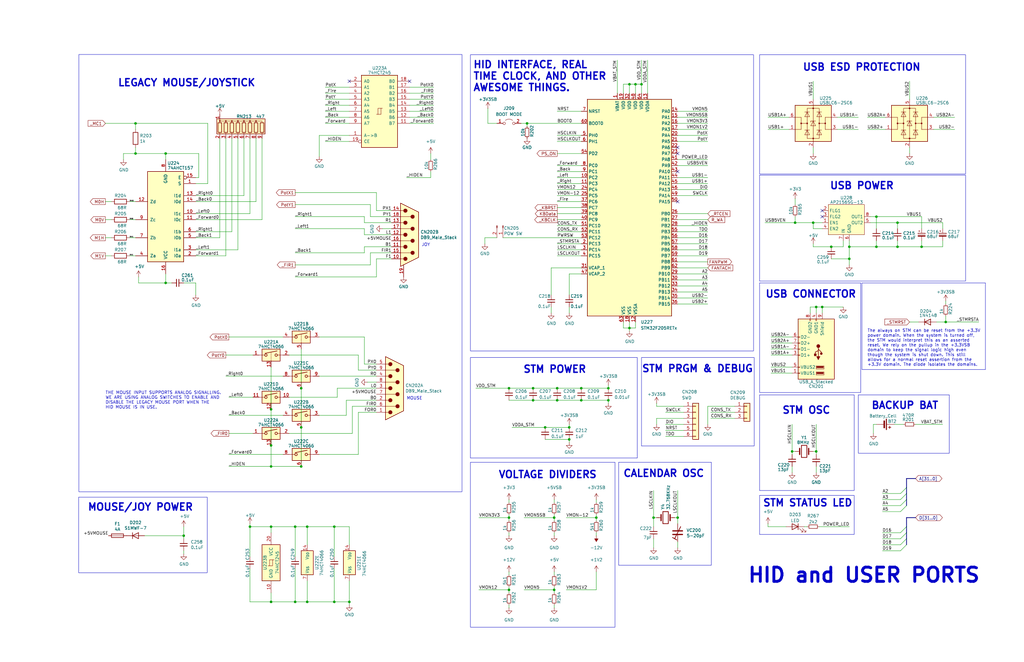
<source format=kicad_sch>
(kicad_sch (version 20231120) (generator "eeschema") (generator_version "8.0")
  (paper "B")
  (title_block (title "AMIGA PCI") (date "2025-01-10") (rev "5.0"))
  (junction (at 234.95 163.83))
  (junction (at 124.46 254))
  (junction (at 398.78 135.89))
  (junction (at 214.63 163.83))
  (junction (at 140.97 222.25))
  (junction (at 256.54 163.83))
  (junction (at 114.3 254))
  (junction (at 270.51 35.56))
  (junction (at 234.95 168.91))
  (junction (at 245.11 168.91))
  (junction (at 105.41 222.25))
  (junction (at 369.57 91.44))
  (junction (at 233.68 248.92))
  (junction (at 57.15 64.77))
  (junction (at 378.46 104.14))
  (junction (at 233.68 218.44))
  (junction (at 69.85 119.38))
  (junction (at 69.85 64.77))
  (junction (at 265.43 35.56))
  (junction (at 388.62 104.14))
  (junction (at 222.25 52.07))
  (junction (at 57.15 52.07))
  (junction (at 256.54 168.91))
  (junction (at 275.59 218.44))
  (junction (at 129.54 222.25))
  (junction (at 127 163.83))
  (junction (at 77.47 226.06))
  (junction (at 114.3 222.25))
  (junction (at 344.17 129.54))
  (junction (at 127 196.85))
  (junction (at 129.54 254))
  (junction (at 346.71 129.54))
  (junction (at 358.14 109.22))
  (junction (at 240.03 180.34))
  (junction (at 127 180.34))
  (junction (at 245.11 163.83))
  (junction (at 224.79 163.83))
  (junction (at 240.03 185.42))
  (junction (at 114.3 196.85))
  (junction (at 114.3 187.96))
  (junction (at 229.87 180.34))
  (junction (at 350.52 104.14))
  (junction (at 335.28 93.98))
  (junction (at 214.63 248.92))
  (junction (at 265.43 138.43))
  (junction (at 214.63 218.44))
  (junction (at 251.46 218.44))
  (junction (at 334.01 190.5))
  (junction (at 124.46 222.25))
  (junction (at 358.14 104.14))
  (junction (at 147.32 254))
  (junction (at 267.97 35.56))
  (junction (at 224.79 168.91))
  (junction (at 140.97 254))
  (junction (at 342.9 93.98))
  (junction (at 114.3 172.72))
  (junction (at 344.17 190.5))
  (junction (at 369.57 104.14))
  (junction (at 285.75 218.44))
  (junction (at 378.46 93.98))
  (no_connect (at 285.75 64.77))
  (no_connect (at 285.75 62.23))
  (no_connect (at 346.71 88.9))
  (no_connect (at 147.32 34.29))
  (no_connect (at 172.72 34.29))
  (no_connect (at 346.71 91.44))
  (no_connect (at 285.75 72.39))
  (no_connect (at 285.75 85.09))
  (bus_entry (at 379.73 208.28) (size 2.54 -2.54))
  (bus_entry (at 379.73 232.41) (size 2.54 -2.54))
  (bus_entry (at 379.73 210.82) (size 2.54 -2.54))
  (bus_entry (at 379.73 213.36) (size 2.54 -2.54))
  (bus_entry (at 379.73 227.33) (size 2.54 -2.54))
  (bus_entry (at 379.73 229.87) (size 2.54 -2.54))
  (bus_entry (at 379.73 224.79) (size 2.54 -2.54))
  (bus_entry (at 379.73 215.9) (size 2.54 -2.54))
  (wire (pts (xy 201.93 218.44) (xy 214.63 218.44)))
  (wire (pts (xy 285.75 59.69) (xy 298.45 59.69)))
  (wire (pts (xy 171.45 74.93) (xy 181.61 74.93)))
  (wire (pts (xy 262.89 138.43) (xy 265.43 138.43)))
  (wire (pts (xy 214.63 217.17) (xy 214.63 218.44)))
  (wire (pts (xy 95.25 149.86) (xy 106.68 149.86)))
  (wire (pts (xy 378.46 101.6) (xy 378.46 104.14)))
  (wire (pts (xy 285.75 220.98) (xy 285.75 218.44)))
  (wire (pts (xy 344.17 190.5) (xy 344.17 179.07)))
  (wire (pts (xy 95.25 58.42) (xy 95.25 107.95)))
  (wire (pts (xy 233.68 210.82) (xy 233.68 212.09)))
  (wire (pts (xy 114.3 196.85) (xy 127 196.85)))
  (wire (pts (xy 285.75 100.33) (xy 298.45 100.33)))
  (wire (pts (xy 265.43 35.56) (xy 265.43 39.37)))
  (wire (pts (xy 372.11 227.33) (xy 379.73 227.33)))
  (wire (pts (xy 275.59 227.33) (xy 275.59 231.14)))
  (wire (pts (xy 96.52 191.77) (xy 119.38 191.77)))
  (wire (pts (xy 285.75 105.41) (xy 298.45 105.41)))
  (wire (pts (xy 353.06 49.53) (xy 361.95 49.53)))
  (wire (pts (xy 358.14 222.25) (xy 345.44 222.25)))
  (wire (pts (xy 182.88 39.37) (xy 172.72 39.37)))
  (wire (pts (xy 77.47 226.06) (xy 77.47 227.33)))
  (wire (pts (xy 285.75 90.17) (xy 298.45 90.17)))
  (wire (pts (xy 334.01 149.86) (xy 325.12 149.86)))
  (wire (pts (xy 147.32 229.87) (xy 147.32 222.25)))
  (wire (pts (xy 260.35 25.4) (xy 260.35 39.37)))
  (wire (pts (xy 378.46 93.98) (xy 378.46 96.52)))
  (wire (pts (xy 114.3 250.19) (xy 114.3 254)))
  (wire (pts (xy 161.29 96.52) (xy 165.1 96.52)))
  (wire (pts (xy 365.76 54.61) (xy 373.38 54.61)))
  (wire (pts (xy 96.52 196.85) (xy 114.3 196.85)))
  (wire (pts (xy 288.29 173.99) (xy 280.67 173.99)))
  (wire (pts (xy 153.67 93.98) (xy 165.1 93.98)))
  (wire (pts (xy 154.94 161.29) (xy 158.75 161.29)))
  (wire (pts (xy 234.95 168.91) (xy 245.11 168.91)))
  (wire (pts (xy 114.3 172.72) (xy 114.3 187.96)))
  (wire (pts (xy 134.62 191.77) (xy 151.13 191.77)))
  (wire (pts (xy 397.51 101.6) (xy 397.51 104.14)))
  (wire (pts (xy 124.46 86.36) (xy 156.21 86.36)))
  (wire (pts (xy 288.29 171.45) (xy 276.86 171.45)))
  (wire (pts (xy 212.09 100.33) (xy 245.11 100.33)))
  (wire (pts (xy 233.68 224.79) (xy 233.68 226.06)))
  (wire (pts (xy 233.68 218.44) (xy 233.68 219.71)))
  (wire (pts (xy 335.28 93.98) (xy 342.9 93.98)))
  (wire (pts (xy 114.3 222.25) (xy 114.3 224.79)))
  (wire (pts (xy 214.63 168.91) (xy 224.79 168.91)))
  (wire (pts (xy 331.47 222.25) (xy 323.85 222.25)))
  (wire (pts (xy 44.45 92.71) (xy 46.99 92.71)))
  (wire (pts (xy 124.46 81.28) (xy 158.75 81.28)))
  (wire (pts (xy 288.29 176.53) (xy 276.86 176.53)))
  (wire (pts (xy 233.68 248.92) (xy 233.68 250.19)))
  (wire (pts (xy 97.79 97.79) (xy 97.79 58.42)))
  (wire (pts (xy 129.54 222.25) (xy 124.46 222.25)))
  (wire (pts (xy 121.92 167.64) (xy 142.24 167.64)))
  (wire (pts (xy 82.55 107.95) (xy 95.25 107.95)))
  (wire (pts (xy 240.03 129.54) (xy 240.03 132.08)))
  (wire (pts (xy 137.16 41.91) (xy 147.32 41.91)))
  (wire (pts (xy 234.95 97.79) (xy 245.11 97.79)))
  (wire (pts (xy 372.11 224.79) (xy 379.73 224.79)))
  (wire (pts (xy 129.54 222.25) (xy 140.97 222.25)))
  (wire (pts (xy 265.43 135.89) (xy 265.43 138.43)))
  (wire (pts (xy 288.29 181.61) (xy 280.67 181.61)))
  (bus (pts (xy 382.27 201.93) (xy 382.27 205.74)))
  (wire (pts (xy 325.12 147.32) (xy 334.01 147.32)))
  (wire (pts (xy 233.68 247.65) (xy 233.68 248.92)))
  (wire (pts (xy 285.75 125.73) (xy 298.45 125.73)))
  (wire (pts (xy 151.13 173.99) (xy 151.13 191.77)))
  (wire (pts (xy 129.54 222.25) (xy 129.54 229.87)))
  (wire (pts (xy 251.46 210.82) (xy 251.46 212.09)))
  (wire (pts (xy 124.46 222.25) (xy 114.3 222.25)))
  (wire (pts (xy 335.28 91.44) (xy 335.28 93.98)))
  (wire (pts (xy 285.75 128.27) (xy 298.45 128.27)))
  (wire (pts (xy 346.71 129.54) (xy 355.6 129.54)))
  (wire (pts (xy 285.75 57.15) (xy 298.45 57.15)))
  (wire (pts (xy 134.62 57.15) (xy 134.62 66.04)))
  (bus (pts (xy 382.27 218.44) (xy 382.27 222.25)))
  (wire (pts (xy 182.88 52.07) (xy 172.72 52.07)))
  (wire (pts (xy 368.3 179.07) (xy 369.57 179.07)))
  (wire (pts (xy 124.46 91.44) (xy 153.67 91.44)))
  (wire (pts (xy 344.17 129.54) (xy 341.63 129.54)))
  (wire (pts (xy 368.3 179.07) (xy 368.3 182.88)))
  (wire (pts (xy 52.07 64.77) (xy 52.07 67.31)))
  (wire (pts (xy 369.57 91.44) (xy 388.62 91.44)))
  (wire (pts (xy 285.75 95.25) (xy 298.45 95.25)))
  (wire (pts (xy 288.29 179.07) (xy 280.67 179.07)))
  (wire (pts (xy 129.54 254) (xy 140.97 254)))
  (wire (pts (xy 388.62 104.14) (xy 397.51 104.14)))
  (wire (pts (xy 137.16 44.45) (xy 147.32 44.45)))
  (wire (pts (xy 393.7 54.61) (xy 402.59 54.61)))
  (bus (pts (xy 382.27 227.33) (xy 382.27 229.87)))
  (wire (pts (xy 214.63 247.65) (xy 214.63 248.92)))
  (wire (pts (xy 121.92 182.88) (xy 148.59 182.88)))
  (wire (pts (xy 214.63 218.44) (xy 214.63 219.71)))
  (wire (pts (xy 344.17 190.5) (xy 344.17 191.77)))
  (wire (pts (xy 267.97 35.56) (xy 267.97 39.37)))
  (wire (pts (xy 372.11 215.9) (xy 379.73 215.9)))
  (wire (pts (xy 222.25 53.34) (xy 222.25 52.07)))
  (wire (pts (xy 232.41 113.03) (xy 232.41 124.46)))
  (wire (pts (xy 358.14 104.14) (xy 369.57 104.14)))
  (wire (pts (xy 102.87 58.42) (xy 102.87 82.55)))
  (wire (pts (xy 137.16 46.99) (xy 147.32 46.99)))
  (wire (pts (xy 325.12 157.48) (xy 334.01 157.48)))
  (wire (pts (xy 153.67 104.14) (xy 165.1 104.14)))
  (wire (pts (xy 386.08 179.07) (xy 397.51 179.07)))
  (wire (pts (xy 285.75 110.49) (xy 298.45 110.49)))
  (wire (pts (xy 114.3 154.94) (xy 114.3 172.72)))
  (wire (pts (xy 372.11 229.87) (xy 379.73 229.87)))
  (wire (pts (xy 344.17 196.85) (xy 344.17 199.39)))
  (wire (pts (xy 234.95 163.83) (xy 245.11 163.83)))
  (wire (pts (xy 377.19 179.07) (xy 381 179.07)))
  (wire (pts (xy 262.89 135.89) (xy 262.89 138.43)))
  (wire (pts (xy 234.95 82.55) (xy 245.11 82.55)))
  (wire (pts (xy 240.03 115.57) (xy 245.11 115.57)))
  (wire (pts (xy 342.9 93.98) (xy 346.71 93.98)))
  (wire (pts (xy 209.55 100.33) (xy 204.47 100.33)))
  (wire (pts (xy 224.79 168.91) (xy 234.95 168.91)))
  (wire (pts (xy 270.51 25.4) (xy 270.51 35.56)))
  (wire (pts (xy 44.45 107.95) (xy 46.99 107.95)))
  (wire (pts (xy 140.97 240.03) (xy 140.97 254)))
  (wire (pts (xy 82.55 97.79) (xy 97.79 97.79)))
  (wire (pts (xy 92.71 58.42) (xy 92.71 100.33)))
  (wire (pts (xy 82.55 119.38) (xy 77.47 119.38)))
  (wire (pts (xy 82.55 77.47) (xy 87.63 77.47)))
  (wire (pts (xy 82.55 92.71) (xy 110.49 92.71)))
  (wire (pts (xy 127 147.32) (xy 127 163.83)))
  (wire (pts (xy 124.46 222.25) (xy 124.46 234.95)))
  (wire (pts (xy 388.62 91.44) (xy 388.62 96.52)))
  (wire (pts (xy 245.11 113.03) (xy 232.41 113.03)))
  (wire (pts (xy 233.68 217.17) (xy 233.68 218.44)))
  (wire (pts (xy 365.76 49.53) (xy 373.38 49.53)))
  (wire (pts (xy 388.62 101.6) (xy 388.62 104.14)))
  (wire (pts (xy 251.46 224.79) (xy 251.46 226.06)))
  (wire (pts (xy 96.52 142.24) (xy 119.38 142.24)))
  (wire (pts (xy 240.03 179.07) (xy 240.03 180.34)))
  (wire (pts (xy 153.67 99.06) (xy 165.1 99.06)))
  (wire (pts (xy 265.43 138.43) (xy 267.97 138.43)))
  (wire (pts (xy 262.89 35.56) (xy 265.43 35.56)))
  (wire (pts (xy 323.85 54.61) (xy 332.74 54.61)))
  (wire (pts (xy 151.13 156.21) (xy 158.75 156.21)))
  (wire (pts (xy 344.17 129.54) (xy 344.17 132.08)))
  (wire (pts (xy 105.41 58.42) (xy 105.41 90.17)))
  (wire (pts (xy 298.45 171.45) (xy 298.45 179.07)))
  (bus (pts (xy 382.27 210.82) (xy 382.27 213.36)))
  (wire (pts (xy 69.85 67.31) (xy 69.85 64.77)))
  (wire (pts (xy 285.75 228.6) (xy 285.75 231.14)))
  (wire (pts (xy 240.03 186.69) (xy 240.03 185.42)))
  (wire (pts (xy 285.75 97.79) (xy 298.45 97.79)))
  (wire (pts (xy 285.75 92.71) (xy 298.45 92.71)))
  (wire (pts (xy 234.95 59.69) (xy 245.11 59.69)))
  (wire (pts (xy 372.11 208.28) (xy 379.73 208.28)))
  (wire (pts (xy 265.43 139.7) (xy 265.43 138.43)))
  (wire (pts (xy 214.63 224.79) (xy 214.63 226.06)))
  (wire (pts (xy 234.95 77.47) (xy 245.11 77.47)))
  (wire (pts (xy 82.55 85.09) (xy 107.95 85.09)))
  (wire (pts (xy 353.06 54.61) (xy 361.95 54.61)))
  (wire (pts (xy 44.45 100.33) (xy 46.99 100.33)))
  (wire (pts (xy 234.95 72.39) (xy 245.11 72.39)))
  (wire (pts (xy 234.95 92.71) (xy 245.11 92.71)))
  (wire (pts (xy 397.51 93.98) (xy 397.51 96.52)))
  (bus (pts (xy 382.27 222.25) (xy 382.27 224.79)))
  (wire (pts (xy 341.63 132.08) (xy 341.63 129.54)))
  (wire (pts (xy 232.41 129.54) (xy 232.41 132.08)))
  (wire (pts (xy 214.63 210.82) (xy 214.63 212.09)))
  (wire (pts (xy 57.15 64.77) (xy 52.07 64.77)))
  (wire (pts (xy 378.46 93.98) (xy 397.51 93.98)))
  (wire (pts (xy 205.74 52.07) (xy 209.55 52.07)))
  (wire (pts (xy 372.11 210.82) (xy 379.73 210.82)))
  (wire (pts (xy 147.32 255.27) (xy 147.32 254)))
  (wire (pts (xy 146.05 168.91) (xy 158.75 168.91)))
  (wire (pts (xy 234.95 64.77) (xy 245.11 64.77)))
  (wire (pts (xy 158.75 109.22) (xy 165.1 109.22)))
  (wire (pts (xy 358.14 109.22) (xy 358.14 104.14)))
  (wire (pts (xy 220.98 218.44) (xy 233.68 218.44)))
  (wire (pts (xy 267.97 35.56) (xy 270.51 35.56)))
  (wire (pts (xy 325.12 142.24) (xy 334.01 142.24)))
  (wire (pts (xy 285.75 107.95) (xy 298.45 107.95)))
  (wire (pts (xy 153.67 142.24) (xy 153.67 153.67)))
  (wire (pts (xy 245.11 163.83) (xy 256.54 163.83)))
  (wire (pts (xy 251.46 218.44) (xy 251.46 219.71)))
  (wire (pts (xy 201.93 248.92) (xy 214.63 248.92)))
  (wire (pts (xy 342.9 64.77) (xy 342.9 62.23)))
  (wire (pts (xy 156.21 86.36) (xy 156.21 91.44)))
  (wire (pts (xy 220.98 248.92) (xy 233.68 248.92)))
  (wire (pts (xy 222.25 52.07) (xy 245.11 52.07)))
  (wire (pts (xy 323.85 49.53) (xy 332.74 49.53)))
  (bus (pts (xy 386.08 201.93) (xy 382.27 201.93)))
  (wire (pts (xy 398.78 135.89) (xy 412.75 135.89)))
  (wire (pts (xy 234.95 80.01) (xy 245.11 80.01)))
  (wire (pts (xy 256.54 162.56) (xy 256.54 163.83)))
  (wire (pts (xy 325.12 154.94) (xy 334.01 154.94)))
  (wire (pts (xy 124.46 240.03) (xy 124.46 254)))
  (wire (pts (xy 273.05 25.4) (xy 273.05 39.37)))
  (wire (pts (xy 334.01 144.78) (xy 325.12 144.78)))
  (wire (pts (xy 129.54 245.11) (xy 129.54 254)))
  (wire (pts (xy 82.55 100.33) (xy 92.71 100.33)))
  (wire (pts (xy 234.95 74.93) (xy 245.11 74.93)))
  (wire (pts (xy 238.76 218.44) (xy 251.46 218.44)))
  (wire (pts (xy 95.25 158.75) (xy 119.38 158.75)))
  (wire (pts (xy 346.71 96.52) (xy 342.9 96.52)))
  (wire (pts (xy 285.75 77.47) (xy 298.45 77.47)))
  (wire (pts (xy 205.74 45.72) (xy 205.74 52.07)))
  (wire (pts (xy 44.45 85.09) (xy 46.99 85.09)))
  (wire (pts (xy 105.41 234.95) (xy 105.41 222.25)))
  (wire (pts (xy 214.63 248.92) (xy 214.63 250.19)))
  (wire (pts (xy 342.9 102.87) (xy 342.9 104.14)))
  (wire (pts (xy 147.32 254) (xy 147.32 245.11)))
  (wire (pts (xy 285.75 207.01) (xy 285.75 218.44)))
  (wire (pts (xy 285.75 120.65) (xy 298.45 120.65)))
  (wire (pts (xy 285.75 49.53) (xy 298.45 49.53)))
  (wire (pts (xy 358.14 101.6) (xy 358.14 104.14)))
  (wire (pts (xy 234.95 87.63) (xy 245.11 87.63)))
  (wire (pts (xy 140.97 222.25) (xy 140.97 234.95)))
  (wire (pts (xy 276.86 176.53) (xy 276.86 179.07)))
  (wire (pts (xy 229.87 180.34) (xy 240.03 180.34)))
  (wire (pts (xy 147.32 57.15) (xy 134.62 57.15)))
  (wire (pts (xy 299.72 173.99) (xy 309.88 173.99)))
  (wire (pts (xy 96.52 182.88) (xy 106.68 182.88)))
  (wire (pts (xy 158.75 116.84) (xy 158.75 109.22)))
  (wire (pts (xy 214.63 163.83) (xy 224.79 163.83)))
  (wire (pts (xy 265.43 35.56) (xy 267.97 35.56)))
  (wire (pts (xy 137.16 39.37) (xy 147.32 39.37)))
  (wire (pts (xy 105.41 240.03) (xy 105.41 254)))
  (wire (pts (xy 233.68 241.3) (xy 233.68 242.57)))
  (wire (pts (xy 369.57 101.6) (xy 369.57 104.14)))
  (wire (pts (xy 334.01 190.5) (xy 334.01 191.77)))
  (bus (pts (xy 382.27 208.28) (xy 382.27 210.82)))
  (wire (pts (xy 156.21 106.68) (xy 165.1 106.68)))
  (wire (pts (xy 107.95 85.09) (xy 107.95 58.42)))
  (wire (pts (xy 285.75 67.31) (xy 298.45 67.31)))
  (wire (pts (xy 378.46 104.14) (xy 388.62 104.14)))
  (wire (pts (xy 96.52 167.64) (xy 106.68 167.64)))
  (wire (pts (xy 54.61 92.71) (xy 57.15 92.71)))
  (wire (pts (xy 234.95 105.41) (xy 245.11 105.41)))
  (wire (pts (xy 127 163.83) (xy 127 180.34)))
  (wire (pts (xy 372.11 213.36) (xy 379.73 213.36)))
  (wire (pts (xy 394.97 135.89) (xy 398.78 135.89)))
  (wire (pts (xy 251.46 241.3) (xy 251.46 248.92)))
  (wire (pts (xy 182.88 41.91) (xy 172.72 41.91)))
  (wire (pts (xy 182.88 49.53) (xy 172.72 49.53)))
  (wire (pts (xy 233.68 255.27) (xy 233.68 256.54)))
  (wire (pts (xy 383.54 34.29) (xy 383.54 41.91)))
  (wire (pts (xy 54.61 85.09) (xy 57.15 85.09)))
  (wire (pts (xy 134.62 158.75) (xy 158.75 158.75)))
  (wire (pts (xy 105.41 254) (xy 114.3 254)))
  (wire (pts (xy 346.71 129.54) (xy 344.17 129.54)))
  (wire (pts (xy 153.67 91.44) (xy 153.67 93.98)))
  (wire (pts (xy 285.75 80.01) (xy 298.45 80.01)))
  (wire (pts (xy 114.3 254) (xy 124.46 254)))
  (wire (pts (xy 214.63 255.27) (xy 214.63 256.54)))
  (wire (pts (xy 137.16 59.69) (xy 147.32 59.69)))
  (wire (pts (xy 358.14 109.22) (xy 350.52 109.22)))
  (wire (pts (xy 342.9 104.14) (xy 350.52 104.14)))
  (wire (pts (xy 285.75 113.03) (xy 298.45 113.03)))
  (wire (pts (xy 69.85 119.38) (xy 69.85 115.57)))
  (wire (pts (xy 234.95 95.25) (xy 245.11 95.25)))
  (wire (pts (xy 127 180.34) (xy 127 196.85)))
  (wire (pts (xy 275.59 218.44) (xy 276.86 218.44)))
  (wire (pts (xy 124.46 116.84) (xy 158.75 116.84)))
  (wire (pts (xy 369.57 91.44) (xy 369.57 96.52)))
  (wire (pts (xy 69.85 64.77) (xy 83.82 64.77)))
  (wire (pts (xy 182.88 44.45) (xy 172.72 44.45)))
  (wire (pts (xy 309.88 171.45) (xy 298.45 171.45)))
  (wire (pts (xy 234.95 102.87) (xy 245.11 102.87)))
  (wire (pts (xy 158.75 173.99) (xy 151.13 173.99)))
  (wire (pts (xy 367.03 93.98) (xy 378.46 93.98)))
  (wire (pts (xy 100.33 58.42) (xy 100.33 105.41)))
  (wire (pts (xy 54.61 107.95) (xy 57.15 107.95)))
  (wire (pts (xy 182.88 36.83) (xy 172.72 36.83)))
  (wire (pts (xy 245.11 168.91) (xy 256.54 168.91)))
  (wire (pts (xy 158.75 171.45) (xy 148.59 171.45)))
  (wire (pts (xy 137.16 49.53) (xy 147.32 49.53)))
  (wire (pts (xy 134.62 175.26) (xy 146.05 175.26)))
  (wire (pts (xy 334.01 196.85) (xy 334.01 199.39)))
  (wire (pts (xy 44.45 52.07) (xy 57.15 52.07)))
  (wire (pts (xy 350.52 104.14) (xy 355.6 104.14)))
  (wire (pts (xy 82.55 90.17) (xy 105.41 90.17)))
  (wire (pts (xy 369.57 104.14) (xy 378.46 104.14)))
  (wire (pts (xy 372.11 232.41) (xy 379.73 232.41)))
  (wire (pts (xy 398.78 127) (xy 398.78 128.27)))
  (wire (pts (xy 153.67 106.68) (xy 153.67 104.14)))
  (wire (pts (xy 124.46 106.68) (xy 153.67 106.68)))
  (wire (pts (xy 105.41 222.25) (xy 114.3 222.25)))
  (wire (pts (xy 142.24 167.64) (xy 142.24 163.83)))
  (wire (pts (xy 83.82 74.93) (xy 83.82 64.77)))
  (wire (pts (xy 275.59 222.25) (xy 275.59 218.44)))
  (wire (pts (xy 72.39 119.38) (xy 69.85 119.38)))
  (wire (pts (xy 342.9 34.29) (xy 342.9 41.91)))
  (wire (pts (xy 124.46 111.76) (xy 156.21 111.76)))
  (wire (pts (xy 256.54 170.18) (xy 256.54 168.91)))
  (wire (pts (xy 158.75 81.28) (xy 158.75 88.9)))
  (wire (pts (xy 204.47 100.33) (xy 204.47 102.87)))
  (wire (pts (xy 181.61 64.77) (xy 181.61 67.31)))
  (wire (pts (xy 398.78 133.35) (xy 398.78 135.89)))
  (wire (pts (xy 219.71 52.07) (xy 222.25 52.07)))
  (wire (pts (xy 87.63 52.07) (xy 57.15 52.07)))
  (wire (pts (xy 285.75 102.87) (xy 298.45 102.87)))
  (wire (pts (xy 96.52 175.26) (xy 119.38 175.26)))
  (wire (pts (xy 87.63 77.47) (xy 87.63 52.07)))
  (wire (pts (xy 156.21 91.44) (xy 165.1 91.44)))
  (wire (pts (xy 342.9 96.52) (xy 342.9 93.98)))
  (wire (pts (xy 137.16 52.07) (xy 147.32 52.07)))
  (wire (pts (xy 148.59 171.45) (xy 148.59 182.88)))
  (wire (pts (xy 383.54 135.89) (xy 387.35 135.89)))
  (wire (pts (xy 285.75 69.85) (xy 298.45 69.85)))
  (wire (pts (xy 275.59 218.44) (xy 275.59 207.01)))
  (wire (pts (xy 137.16 36.83) (xy 147.32 36.83)))
  (wire (pts (xy 393.7 49.53) (xy 402.59 49.53)))
  (wire (pts (xy 151.13 149.86) (xy 151.13 156.21)))
  (wire (pts (xy 285.75 46.99) (xy 298.45 46.99)))
  (wire (pts (xy 158.75 88.9) (xy 165.1 88.9)))
  (bus (pts (xy 382.27 224.79) (xy 382.27 227.33)))
  (wire (pts (xy 156.21 111.76) (xy 156.21 106.68)))
  (wire (pts (xy 140.97 222.25) (xy 147.32 222.25)))
  (wire (pts (xy 342.9 190.5) (xy 344.17 190.5)))
  (wire (pts (xy 234.95 46.99) (xy 245.11 46.99)))
  (wire (pts (xy 82.55 105.41) (xy 100.33 105.41)))
  (wire (pts (xy 276.86 170.18) (xy 276.86 171.45)))
  (wire (pts (xy 110.49 92.71) (xy 110.49 58.42)))
  (wire (pts (xy 285.75 115.57) (xy 298.45 115.57)))
  (wire (pts (xy 134.62 142.24) (xy 153.67 142.24)))
  (wire (pts (xy 285.75 74.93) (xy 298.45 74.93)))
  (wire (pts (xy 57.15 62.23) (xy 57.15 64.77)))
  (wire (pts (xy 57.15 54.61) (xy 57.15 52.07)))
  (wire (pts (xy 83.82 74.93) (xy 82.55 74.93)))
  (wire (pts (xy 322.58 93.98) (xy 335.28 93.98)))
  (wire (pts (xy 234.95 85.09) (xy 245.11 85.09)))
  (wire (pts (xy 285.75 54.61) (xy 298.45 54.61)))
  (wire (pts (xy 285.75 218.44) (xy 284.48 218.44)))
  (wire (pts (xy 355.6 101.6) (xy 355.6 104.14)))
  (wire (pts (xy 215.9 180.34) (xy 229.87 180.34)))
  (wire (pts (xy 214.63 241.3) (xy 214.63 242.57)))
  (wire (pts (xy 285.75 118.11) (xy 298.45 118.11)))
  (wire (pts (xy 121.92 149.86) (xy 151.13 149.86)))
  (wire (pts (xy 142.24 163.83) (xy 158.75 163.83)))
  (wire (pts (xy 340.36 222.25) (xy 339.09 222.25)))
  (wire (pts (xy 335.28 83.82) (xy 335.28 86.36)))
  (wire (pts (xy 224.79 163.83) (xy 234.95 163.83)))
  (wire (pts (xy 124.46 254) (xy 129.54 254)))
  (wire (pts (xy 240.03 124.46) (xy 240.03 115.57)))
  (wire (pts (xy 181.61 72.39) (xy 181.61 74.93)))
  (wire (pts (xy 60.96 226.06) (xy 77.47 226.06)))
  (wire (pts (xy 346.71 129.54) (xy 346.71 132.08)))
  (wire (pts (xy 153.67 153.67) (xy 158.75 153.67)))
  (bus (pts (xy 386.08 218.44) (xy 382.27 218.44)))
  (wire (pts (xy 147.32 254) (xy 140.97 254)))
  (wire (pts (xy 77.47 232.41) (xy 77.47 233.68)))
  (wire (pts (xy 334.01 190.5) (xy 335.28 190.5)))
  (wire (pts (xy 383.54 64.77) (xy 383.54 62.23)))
  (wire (pts (xy 358.14 111.76) (xy 358.14 109.22)))
  (wire (pts (xy 124.46 96.52) (xy 153.67 96.52)))
  (wire (pts (xy 234.95 69.85) (xy 245.11 69.85)))
  (wire (pts (xy 58.42 116.84) (xy 58.42 119.38)))
  (wire (pts (xy 299.72 176.53) (xy 309.88 176.53)))
  (wire (pts (xy 146.05 175.26) (xy 146.05 168.91)))
  (wire (pts (xy 251.46 217.17) (xy 251.46 218.44)))
  (wire (pts (xy 77.47 226.06) (xy 77.47 222.25)))
  (wire (pts (xy 229.87 185.42) (xy 240.03 185.42)))
  (wire (pts (xy 58.42 119.38) (xy 69.85 119.38)))
  (wire (pts (xy 82.55 124.46) (xy 82.55 119.38)))
  (wire (pts (xy 285.75 123.19) (xy 298.45 123.19)))
  (wire (pts (xy 200.66 163.83) (xy 214.63 163.83)))
  (wire (pts (xy 334.01 179.07) (xy 334.01 190.5)))
  (wire (pts (xy 367.03 91.44) (xy 369.57 91.44)))
  (bus (pts (xy 382.27 205.74) (xy 382.27 208.28)))
  (wire (pts (xy 262.89 39.37) (xy 262.89 35.56)))
  (wire (pts (xy 105.41 220.98) (xy 105.41 222.25)))
  (wire (pts (xy 54.61 100.33) (xy 57.15 100.33)))
  (wire (pts (xy 270.51 35.56) (xy 270.51 39.37)))
  (wire (pts (xy 288.29 184.15) (xy 280.67 184.15)))
  (wire (pts (xy 182.88 46.99) (xy 172.72 46.99)))
  (wire (pts (xy 285.75 52.07) (xy 298.45 52.07)))
  (wire (pts (xy 114.3 187.96) (xy 114.3 196.85)))
  (wire (pts (xy 57.15 64.77) (xy 69.85 64.77)))
  (wire (pts (xy 234.95 57.15) (xy 245.11 57.15)))
  (wire (pts (xy 153.67 96.52) (xy 153.67 99.06)))
  (wire (pts (xy 323.85 220.98) (xy 323.85 222.25)))
  (wire (pts (xy 267.97 138.43) (xy 267.97 135.89)))
  (wire (pts (xy 285.75 82.55) (xy 298.45 82.55)))
  (wire (pts (xy 234.95 90.17) (xy 245.11 90.17)))
  (wire (pts (xy 238.76 248.92) (xy 251.46 248.92)))
  (wire (pts (xy 234.95 107.95) (xy 245.11 107.95)))
  (wire (pts (xy 82.55 82.55) (xy 102.87 82.55)))
  (rectangle (start 320.294 166.624) (end 360.172 207.01))
  (rectangle (start 320.294 119.38) (end 362.966 165.608))
  (rectangle (start 33.274 22.987) (end 194.818 207.518))
  (rectangle (start 198.374 195.072) (end 259.334 264.668))
  (rectangle (start 320.294 23.114) (end 407.162 73.406))
  (rectangle (start 260.858 195.072) (end 299.974 238.506))
  (rectangle (start 198.374 23.114) (end 317.754 148.082))
  (rectangle (start 270.51 150.876) (end 318.008 188.214))
  (rectangle (start 361.95 166.624) (end 400.304 191.262))
  (rectangle (start 198.374 150.876) (end 268.732 193.294))
  (rectangle (start 33.147 209.804) (end 87.376 241.681))
  (rectangle (start 320.294 73.914) (end 407.162 118.618))
  (rectangle (start 363.474 119.38) (end 415.544 155.956))
  (rectangle (start 320.294 209.042) (end 360.172 225.552))
  (text "USB POWER" (at 349.758 80.264 0) (effects (font (size 3 3) (thickness 0.6) (bold yes)) (justify left bottom)))
  (text "CALENDAR OSC" (at 262.636 201.676 0) (effects (font (size 3 3) (thickness 0.6) (bold yes)) (justify left bottom)))
  (text "STM STATUS LED" (at 321.564 214.122 0) (effects (font (size 3 3) (thickness 0.6) (bold yes)) (justify left bottom)))
  (text "THE MOUSE INPUT SUPPORTS ANALOG SIGNALLING.\nWE ARE USING ANALOG SWITCHES TO ENABLE AND\nDISABLE THE LEGACY MOUSE PORT WHEN THE\nHID MOUSE IS IN USE." (at 44.45 172.72 0) (effects (font (size 1.27 1.27)) (justify left bottom)))
  (text "USB CONNECTOR" (at 322.58 125.984 0) (effects (font (size 3 3) (thickness 0.6) (bold yes)) (justify left bottom)))
  (text "VOLTAGE DIVIDERS" (at 210.058 202.184 0) (effects (font (size 3 3) (thickness 0.6) (bold yes)) (justify left bottom)))
  (text "HID and USER PORTS" (at 314.96 246.38 0) (effects (font (size 6 6) (thickness 1.2) (bold yes)) (justify left bottom)))
  (text "The always on STM can be reset from the +3.3V\npower domain. When the system is turned off,\nthe STM would interpret this as an asserted\nreset. We rely on the pullup in the +3.3VSB\ndomain to keep the signal logic high even\nthough the system is shut down. This still\nallows for a normal reset assertion from the\n+3.3V domain. The diode isolates the domains." (at 365.76 146.812 0) (effects (font (size 1.27 1.27)) (justify left)))
  (text "LEGACY MOUSE/JOYSTICK" (at 49.53 36.83 0) (effects (font (size 3 3) (thickness 0.6) (bold yes)) (justify left bottom)))
  (text "MOUSE/JOY POWER" (at 36.83 215.9 0) (effects (font (size 3 3) (thickness 0.6) (bold yes)) (justify left bottom)))
  (text "STM OSC" (at 329.692 175.006 0) (effects (font (size 3 3) (thickness 0.6) (bold yes)) (justify left bottom)))
  (text "STM POWER" (at 220.472 157.734 0) (effects (font (size 3 3) (thickness 0.6) (bold yes)) (justify left bottom)))
  (text "HID INTERFACE, REAL\nTIME CLOCK, AND OTHER\nAWESOME THINGS." (at 199.39 38.862 0) (effects (font (size 3 3) (thickness 0.6) (bold yes)) (justify left bottom)))
  (text "MOUSE" (at 171.45 168.91 0) (effects (font (size 1.27 1.27)) (justify left bottom)))
  (text "JOY" (at 177.8 104.14 0) (effects (font (size 1.27 1.27)) (justify left bottom)))
  (text "BACKUP BAT" (at 367.284 172.974 0) (effects (font (size 3 3) (thickness 0.6) (bold yes)) (justify left bottom)))
  (text "STM PRGM & DEBUG" (at 294.132 157.48 0) (effects (font (size 3 3) (thickness 0.6) (bold yes)) (justify bottom)))
  (text "USB ESD PROTECTION" (at 338.328 30.226 0) (effects (font (size 3 3) (thickness 0.6) (bold yes)) (justify left bottom)))
  (label "_HIDEN" (at 171.45 74.93 0))
  (label "SWCLK" (at 298.45 82.55 180))
  (label "USB1A-" (at 325.12 147.32 0))
  (label "USB5VEN" (at 298.45 69.85 180))
  (label "PWRSW" (at 234.95 100.33 0))
  (label "L0" (at 158.75 163.83 180))
  (label "PY1" (at 165.1 91.44 180))
  (label "PotX" (at 298.45 57.15 180))
  (label "USB1-" (at 298.45 74.93 180))
  (label "PX0" (at 158.75 153.67 180))
  (label "PotY" (at 137.16 41.91 0))
  (label "USB1A+" (at 325.12 149.86 0))
  (label "VDD_STM" (at 200.66 163.83 0))
  (label "USB1A-" (at 361.95 49.53 180))
  (label "_HIDEN" (at 137.16 59.69 0))
  (label "PotX" (at 137.16 36.83 0))
  (label "VDD_STM" (at 270.51 25.4 270))
  (label "_Forward0" (at 182.88 52.07 180))
  (label "POWER_LED" (at 298.45 67.31 180))
  (label "DIO" (at 280.67 179.07 0))
  (label "D18" (at 372.11 229.87 0))
  (label "MV1" (at 54.61 107.95 0) (effects (font (size 0.5 0.5))))
  (label "PotX0" (at 182.88 36.83 180))
  (label "USB2-" (at 298.45 125.73 180))
  (label "_Left" (at 234.95 74.93 0))
  (label "MH1" (at 54.61 100.33 0) (effects (font (size 0.5 0.5))))
  (label "USB2+" (at 365.76 54.61 0))
  (label "USB2A+" (at 325.12 144.78 0))
  (label "USB2A+" (at 365.76 49.53 0))
  (label "USB1+" (at 323.85 54.61 0))
  (label "TDO" (at 280.67 184.15 0))
  (label "_Left0" (at 82.55 90.17 0))
  (label "F1" (at 165.1 109.22 180))
  (label "LSCLKOUT" (at 234.95 107.95 0))
  (label "_Right0" (at 95.25 158.75 0))
  (label "_Back1" (at 82.55 100.33 0))
  (label "TDO" (at 298.45 97.79 180))
  (label "_STMRSTA" (at 412.75 135.89 180))
  (label "VBUS2" (at 383.54 34.29 270))
  (label "USB2+" (at 298.45 128.27 180))
  (label "VMON-12" (at 238.76 218.44 0))
  (label "_Back0" (at 96.52 175.26 0))
  (label "CONS_RX" (at 234.95 97.79 0))
  (label "_Fire" (at 234.95 85.09 0))
  (label "D18" (at 298.45 105.41 180))
  (label "_Back1" (at 124.46 106.68 0))
  (label "A4" (at 372.11 213.36 0))
  (label "VDDA_STM" (at 215.9 180.34 0))
  (label "USB2A-" (at 402.59 49.53 180))
  (label "MH0" (at 54.61 85.09 0) (effects (font (size 0.5 0.5))))
  (label "_Back0" (at 82.55 85.09 0))
  (label "_Back" (at 234.95 72.39 0))
  (label "VBAT_STM" (at 397.51 179.07 180))
  (label "VMON1V2" (at 298.45 54.61 180))
  (label "_Left1" (at 124.46 96.52 0))
  (label "D19" (at 372.11 232.41 0))
  (label "_Back0" (at 182.88 49.53 180))
  (label "VMON12" (at 201.93 248.92 0))
  (label "HSCLKIN" (at 334.01 179.07 270))
  (label "_Right0" (at 182.88 44.45 180))
  (label "+5VMOUSE" (at 158.75 166.37 180))
  (label "_Right" (at 234.95 77.47 0))
  (label "VBAT_STM" (at 260.35 25.4 270))
  (label "FOR0" (at 158.75 173.99 180))
  (label "+5VMOUSE" (at 165.1 101.6 180))
  (label "_Left" (at 137.16 46.99 0))
  (label "PotY0" (at 182.88 41.91 180))
  (label "HSCLKOUT" (at 234.95 59.69 0))
  (label "LSCLKIN" (at 234.95 105.41 0))
  (label "R1" (at 165.1 93.98 180))
  (label "R0" (at 158.75 158.75 180))
  (label "MV0" (at 54.61 92.71 0) (effects (font (size 0.5 0.5))))
  (label "USB2-" (at 402.59 54.61 180))
  (label "A3" (at 298.45 118.11 180))
  (label "USB1-" (at 361.95 54.61 180))
  (label "VMON5SB" (at 298.45 49.53 180))
  (label "_Right1" (at 124.46 91.44 0))
  (label "VMON1V2" (at 238.76 248.92 0))
  (label "NRST" (at 234.95 46.99 0))
  (label "VMON12" (at 234.95 80.01 0))
  (label "_Forward1" (at 82.55 107.95 0))
  (label "PY0" (at 158.75 156.21 180))
  (label "CONS_TX" (at 234.95 95.25 0))
  (label "PotY" (at 298.45 59.69 180))
  (label "D16" (at 372.11 224.79 0))
  (label "A5" (at 298.45 123.19 180))
  (label "_Right0" (at 82.55 82.55 0))
  (label "SWCLK" (at 280.67 173.99 0))
  (label "NRST" (at 280.67 181.61 0))
  (label "_HIDEN" (at 298.45 95.25 180))
  (label "VBUS1" (at 342.9 34.29 270))
  (label "A3" (at 372.11 210.82 0))
  (label "D19" (at 298.45 107.95 180))
  (label "A2" (at 298.45 115.57 180))
  (label "B1" (at 165.1 104.14 180))
  (label "VBUS2" (at 397.51 93.98 180))
  (label "VBUS1" (at 388.62 91.44 180))
  (label "_Forward0" (at 82.55 92.71 0))
  (label "_STMRSTA" (at 234.95 102.87 0))
  (label "LSCLKIN" (at 275.59 207.01 270))
  (label "_Left0" (at 96.52 167.64 0))
  (label "_Back" (at 137.16 49.53 0))
  (label "_HIDEN" (at 96.52 196.85 0))
  (label "_Right" (at 137.16 44.45 0))
  (label "_Forward1" (at 124.46 116.84 0))
  (label "VBUS2" (at 325.12 154.94 0))
  (label "_Forward" (at 234.95 69.85 0))
  (label "CONS_RX" (at 299.72 176.53 0))
  (label "_Right1" (at 82.55 97.79 0))
  (label "VBUS1" (at 325.12 157.48 0))
  (label "DIO" (at 298.45 80.01 180))
  (label "_Forward0" (at 96.52 191.77 0))
  (label "D16" (at 298.45 100.33 180))
  (label "VMON5SB" (at 220.98 218.44 0))
  (label "_Left0" (at 182.88 46.99 180))
  (label "_Forward" (at 137.16 52.07 0))
  (label "_Fire" (at 137.16 39.37 0))
  (label "POWER_LED" (at 358.14 222.25 180))
  (label "VMON3V3" (at 298.45 52.07 180))
  (label "VMON-12" (at 234.95 82.55 0))
  (label "VMON5" (at 220.98 248.92 0))
  (label "B0" (at 158.75 168.91 180))
  (label "HSCLKIN" (at 234.95 57.15 0))
  (label "BOOT0" (at 234.95 52.07 0))
  (label "PX1" (at 165.1 88.9 180))
  (label "A2" (at 372.11 208.28 0))
  (label "USB1+" (at 298.45 77.47 180))
  (label "VDDA_STM" (at 273.05 25.4 270))
  (label "L1" (at 165.1 99.06 180))
  (label "_Left1" (at 82.55 105.41 0))
  (label "CONS_TX" (at 299.72 173.99 0))
  (label "VMON5" (at 298.45 46.99 180))
  (label "HSCLKOUT" (at 344.17 179.07 270))
  (label "A5" (at 372.11 215.9 0))
  (label "D17" (at 372.11 227.33 0))
  (label "VMON3V3" (at 201.93 218.44 0))
  (label "USB2A-" (at 325.12 142.24 0))
  (label "FIR1" (at 165.1 106.68 180))
  (label "A4" (at 298.45 120.65 180))
  (label "+5VMOUSE" (at 45.72 226.06 180))
  (label "LSCLKOUT" (at 285.75 207.01 270))
  (label "D17" (at 298.45 102.87 180))
  (label "USB1A+" (at 323.85 49.53 0))
  (label "USB5VEN" (at 322.58 93.98 0))
  (label "_FIR0" (at 182.88 39.37 180))
  (label "FIR0" (at 158.75 171.45 180))
  (global_label "_KBCLK" (shape output) (at 234.95 92.71 180) (property "Intersheetrefs" "${INTERSHEET_REFS}" (at 224.9685 92.71 0) (effects (justify right))))
  (global_label "M1V" (shape output) (at 44.45 107.95 180) (property "Intersheetrefs" "${INTERSHEET_REFS}" (at 37.7947 107.95 0) (effects (justify right))))
  (global_label "FANTACH" (shape input) (at 298.45 113.03 0) (property "Intersheetrefs" "${INTERSHEET_REFS}" (at 309.5996 113.03 0) (effects (justify left))))
  (global_label "FANPWM" (shape output) (at 298.45 110.49 0) (property "Intersheetrefs" "${INTERSHEET_REFS}" (at 309.1157 110.49 0) (effects (justify left))))
  (global_label "_FIR1" (shape output) (at 124.46 111.76 180) (property "Intersheetrefs" "${INTERSHEET_REFS}" (at 116.4137 111.76 0) (effects (justify right))))
  (global_label "PotX0" (shape output) (at 96.52 142.24 180) (property "Intersheetrefs" "${INTERSHEET_REFS}" (at 88.0505 142.24 0) (effects (justify right))))
  (global_label "PotX1" (shape output) (at 124.46 81.28 180) (property "Intersheetrefs" "${INTERSHEET_REFS}" (at 115.9905 81.28 0) (effects (justify right))))
  (global_label "_RTCEN" (shape input) (at 298.45 90.17 0) (property "Intersheetrefs" "${INTERSHEET_REFS}" (at 308.3899 90.17 0) (effects (justify left))))
  (global_label "_MC1" (shape input) (at 44.45 52.07 180) (property "Intersheetrefs" "${INTERSHEET_REFS}" (at 36.6457 52.07 0) (effects (justify right))))
  (global_label "R_WA" (shape input) (at 298.45 92.71 0) (property "Intersheetrefs" "${INTERSHEET_REFS}" (at 306.2128 92.71 0) (effects (justify left))))
  (global_label "_FIR0" (shape output) (at 96.52 182.88 180) (property "Intersheetrefs" "${INTERSHEET_REFS}" (at 88.4737 182.88 0) (effects (justify right))))
  (global_label "PotY0" (shape output) (at 95.25 149.86 180) (property "Intersheetrefs" "${INTERSHEET_REFS}" (at 86.9014 149.86 0) (effects (justify right))))
  (global_label "M0H" (shape output) (at 44.45 85.09 180) (property "Intersheetrefs" "${INTERSHEET_REFS}" (at 37.5528 85.09 0) (effects (justify right))))
  (global_label "A[31..0]" (shape bidirectional) (at 386.08 201.93 0) (property "Intersheetrefs" "${INTERSHEET_REFS}" (at 382.397 204.851 0) (effects (justify left))))
  (global_label "D[31..0]" (shape bidirectional) (at 386.08 218.44 0) (property "Intersheetrefs" "${INTERSHEET_REFS}" (at 382.397 221.361 0) (effects (justify left))))
  (global_label "M0V" (shape output) (at 44.45 92.71 180) (property "Intersheetrefs" "${INTERSHEET_REFS}" (at 37.7947 92.71 0) (effects (justify right))))
  (global_label "_STMRST" (shape input) (at 383.54 135.89 180) (property "Intersheetrefs" "${INTERSHEET_REFS}" (at 372.5116 135.89 0) (effects (justify right))))
  (global_label "M1H" (shape output) (at 44.45 100.33 180) (property "Intersheetrefs" "${INTERSHEET_REFS}" (at 37.5528 100.33 0) (effects (justify right))))
  (global_label "PotY1" (shape output) (at 124.46 86.36 180) (property "Intersheetrefs" "${INTERSHEET_REFS}" (at 116.1114 86.36 0) (effects (justify right))))
  (global_label "_KBRST" (shape output) (at 234.95 87.63 180) (property "Intersheetrefs" "${INTERSHEET_REFS}" (at 225.0895 87.63 0) (effects (justify right))))
  (global_label "PS_ON" (shape output) (at 234.95 64.77 180) (property "Intersheetrefs" "${INTERSHEET_REFS}" (at 225.8567 64.77 0) (effects (justify right))))
  (global_label "KBData" (shape output) (at 234.95 90.17 180) (property "Intersheetrefs" "${INTERSHEET_REFS}" (at 225.2105 90.17 0) (effects (justify right))))
  (symbol (lib_id "Device:C_Small") (at 350.52 106.68 0) (unit 1)
    (property "Reference" "C259" (at 344.424 108.569 0) (effects (justify left)))
    (property "Value" "0.1uF" (at 344.424 110.49 0) (effects (justify left)))
    (property "Footprint" "Capacitor_SMD:C_0603_1608Metric" (effects (hide yes)))
  )
  (symbol (lib_name "GND_1") (lib_id "power:GND") (at 233.68 256.54 0) (unit 1)
    (property "Reference" "#PWR0253" (effects (hide yes)))
    (property "Value" "GND" (at 233.68 261.62 0))
    (property "Description" "Power symbol creates a global label with name \"GND\" , ground" (effects (hide yes)))
  )
  (symbol (lib_id "Device:C_Polarized_Small") (at 388.62 99.06 0) (unit 1)
    (property "Reference" "C216" (at 390.779 97.8702 0) (effects (justify left)))
    (property "Value" "68uF" (at 390.779 99.7912 0) (effects (justify left)))
    (property "Footprint" "Capacitor_THT:CP_Radial_D5.0mm_P2.00mm" (effects (hide yes)))
  )
  (symbol (lib_id "power:GND") (at 285.75 231.14 0) (unit 1)
    (property "Reference" "#PWR0360" (effects (hide yes)))
    (property "Value" "GND" (at 285.877 235.5342 0))
  )
  (symbol (lib_name "STM32F205RETx_1") (lib_id "MCU_ST_STM32F2:STM32F205RETx") (at 265.43 87.63 0) (unit 1)
    (property "Reference" "U227" (at 270.1641 135.89 0) (effects (justify left)))
    (property "Value" "STM32F205RETx" (at 270.1641 138.43 0) (effects (justify left)))
    (property "Footprint" "Package_QFP:LQFP-64_10x10mm_P0.5mm" (effects (hide yes)))
    (property "Datasheet" "https://www.st.com/resource/en/datasheet/stm32f205re.pdf" (effects (hide yes)))
    (property "Description" "STMicroelectronics Arm Cortex-M3 MCU, 512KB flash, 128KB RAM, 120 MHz, 1.8-3.6V, 51 GPIO, LQFP64" (effects (hide yes)))
  )
  (symbol (lib_id "power:GND") (at 265.43 139.7 0) (unit 1)
    (property "Reference" "#PWR0358" (effects (hide yes)))
    (property "Value" "GND" (at 265.557 144.0942 0))
  )
  (symbol (lib_id "Device:C_Small") (at 275.59 224.79 0) (unit 1)
    (property "Reference" "C222" (at 269.748 223.012 0) (effects (justify left)))
    (property "Value" "7pF" (at 271.272 226.822 0) (effects (justify left)))
    (property "Footprint" "Capacitor_SMD:C_0603_1608Metric" (effects (hide yes)))
  )
  (symbol (lib_id "power:+5V") (at 77.47 222.25 0) (unit 1)
    (property "Reference" "#PWR0280" (effects (hide yes)))
    (property "Value" "+5V" (at 77.851 217.8558 0))
    (instances (project "AmigaPCI Mainboard" (path "" (reference "#PWR0280") (unit 1))) (project "2000ATX" (path "" (reference "#PWR0273") (unit 1))))
  )
  (symbol (lib_id "AmigaPCI-Symbols:74LVC245") (at 114.3 237.49 0) (unit 2)
    (property "Reference" "U223" (at 111.76 240.665 90) (effects (justify left)))
    (property "Value" "74HCT245" (at 116.967 242.316 90) (effects (justify left)))
    (property "Footprint" "Package_SO:TSSOP-20_4.4x6.5mm_P0.65mm" (effects (hide yes)))
    (property "Datasheet" "http://www.ti.com/lit/gpn/sn74LS245" (effects (hide yes)))
  )
  (symbol (lib_id "power:+5V") (at 92.71 48.26 0) (unit 1)
    (property "Reference" "#PWR068" (effects (hide yes)))
    (property "Value" "+5V" (at 92.71 44.7581 0))
  )
  (symbol (lib_id "Device:Battery_Cell") (at 372.11 179.07 270) (unit 1)
    (property "Reference" "BT2" (at 374.396 177.8 90) (effects (justify left)))
    (property "Value" "Battery_Cell" (at 366.522 175.514 90) (effects (justify left)))
    (property "Footprint" "Battery:BatteryHolder_Keystone_103_1x20mm" (effects (hide yes)))
  )
  (symbol (lib_id "Device:R_Small") (at 398.78 130.81 0) (unit 1)
    (property "Reference" "R224" (at 400.812 132.842 90) (effects (justify left)))
    (property "Value" "1k" (at 397.002 132.588 90) (effects (justify left)))
    (property "Footprint" "Resistor_SMD:R_0603_1608Metric" (effects (hide yes)))
  )
  (symbol (lib_id "Device:C_Small") (at 224.79 166.37 0) (unit 1)
    (property "Reference" "C207" (at 227.33 165.1062 0) (effects (justify left)))
    (property "Value" "0.1uF" (at 227.33 167.6462 0) (effects (justify left)))
    (property "Footprint" "Capacitor_SMD:C_0603_1608Metric" (effects (hide yes)))
  )
  (symbol (lib_id "Jumper:Jumper_2_Open") (at 214.63 52.07 0) (unit 1)
    (property "Reference" "J209" (at 214.63 45.72 0))
    (property "Value" "BOOT MODE" (at 214.63 48.26 0))
    (property "Footprint" "Connector_PinHeader_2.54mm:PinHeader_1x02_P2.54mm_Vertical" (effects (hide yes)))
  )
  (symbol (lib_id "74xx:74LS157") (at 69.85 92.71 180) (unit 1)
    (property "Reference" "U224" (at 73.152 68.834 0))
    (property "Value" "74AHCT157" (at 76.073 70.866 0))
    (property "Footprint" "Package_SO:SOIC-16_3.9x9.9mm_P1.27mm" (effects (hide yes)))
    (property "Datasheet" "http://www.ti.com/lit/gpn/sn74LS157" (effects (hide yes)))
    (instances (project "AmigaPCI Mainboard" (path "" (reference "U224") (unit 1))) (project "2000ATX" (path "" (reference "U202") (unit 1))))
  )
  (symbol (lib_id "Device:R") (at 50.8 107.95 270) (unit 1)
    (property "Reference" "R207" (at 48.26 105.41 90) (effects (justify left)))
    (property "Value" "68R" (at 49.53 110.49 90) (effects (justify left)))
    (property "Footprint" "Resistor_SMD:R_0603_1608Metric" (effects (hide yes)))
    (instances (project "AmigaPCI Mainboard" (path "" (reference "R207") (unit 1))) (project "2000ATX" (path "" (reference "RN204A1") (unit 1))))
  )
  (symbol (lib_id "Device:R_Network08") (at 102.87 53.34 0) (unit 1)
    (property "Reference" "RN213" (at 99.695 49.149 0) (effects (justify left)))
    (property "Value" "4k7" (at 107.95 49.149 0) (effects (justify left)))
    (property "Footprint" "Resistor_THT:R_Array_SIP9" (effects (hide yes)))
    (property "Datasheet" "http://www.vishay.com/docs/31509/csc.pdf" (effects (hide yes)))
    (instances (project "AmigaPCI Mainboard" (path "" (reference "RN213") (unit 1))) (project "2000ATX" (path "" (reference "RN200") (unit 1))))
  )
  (symbol (lib_id "power:GND") (at 204.47 102.87 0) (unit 1)
    (property "Reference" "#PWR05" (effects (hide yes)))
    (property "Value" "GND" (at 204.47 107.0055 0))
  )
  (symbol (lib_id "Device:C_Small") (at 105.41 237.49 0) (unit 1)
    (property "Reference" "C253" (at 104.394 236.474 90) (effects (justify left)))
    (property "Value" "0.1uF" (at 104.394 243.713 90) (effects (justify left)))
    (property "Footprint" "Capacitor_SMD:C_0603_1608Metric" (effects (hide yes)))
  )
  (symbol (lib_id "Device:C_Small") (at 245.11 166.37 0) (unit 1)
    (property "Reference" "C209" (at 247.65 165.1062 0) (effects (justify left)))
    (property "Value" "0.1uF" (at 247.65 167.6462 0) (effects (justify left)))
    (property "Footprint" "Capacitor_SMD:C_0603_1608Metric" (effects (hide yes)))
  )
  (symbol (lib_id "Device:R_Small") (at 214.63 245.11 0) (unit 1)
    (property "Reference" "R261" (at 216.662 247.142 90) (effects (justify left)))
    (property "Value" "5k1" (at 212.852 246.888 90) (effects (justify left)))
    (property "Footprint" "Resistor_SMD:R_0603_1608Metric" (effects (hide yes)))
  )
  (symbol (lib_id "AmigaPCI-Symbols:+5VSB") (at 233.68 210.82 0) (unit 1)
    (property "Reference" "#PWR0150" (effects (hide yes)))
    (property "Value" "+5VSB" (at 233.68 205.74 0))
    (property "Description" "Power symbol creates a global label with name \"+3V3\"" (effects (hide yes)))
  )
  (symbol (lib_id "power:GND") (at 275.59 231.14 0) (unit 1)
    (property "Reference" "#PWR0345" (effects (hide yes)))
    (property "Value" "GND" (at 275.717 235.5342 0))
  )
  (symbol (lib_id "power:GND") (at 147.32 255.27 0) (unit 1)
    (property "Reference" "#PWR067" (effects (hide yes)))
    (property "Value" "GND" (at 147.32 259.4055 0))
  )
  (symbol (lib_id "Analog_Switch:CD4066BE") (at 114.3 182.88 0) (unit 1)
    (property "Reference" "U222" (at 114.3 177.3301 0))
    (property "Value" "74HCT4066" (at 114.3 179.2511 0))
    (property "Footprint" "Package_SO:TSSOP-14_4.4x5mm_P0.65mm" (effects (hide yes)))
    (property "Datasheet" "https://www.ti.com/lit/ds/symlink/cd4066b.pdf" (effects (hide yes)))
  )
  (symbol (lib_id "Device:LED") (at 335.28 222.25 0) (mirror y) (unit 1)
    (property "Reference" "D203" (at 335.28 217.17 0))
    (property "Value" "LED" (at 335.28 219.71 0))
    (property "Footprint" "LED_SMD:LED_0603_1608Metric" (effects (hide yes)))
  )
  (symbol (lib_id "Device:C_Polarized_Small") (at 397.51 99.06 0) (unit 1)
    (property "Reference" "C217" (at 399.669 97.8702 0) (effects (justify left)))
    (property "Value" "68uF" (at 399.669 99.7912 0) (effects (justify left)))
    (property "Footprint" "Capacitor_THT:CP_Radial_D5.0mm_P2.00mm" (effects (hide yes)))
  )
  (symbol (lib_id "Connector_Generic:Conn_01x03") (at 314.96 173.99 0) (unit 1)
    (property "Reference" "CN209" (at 307.848 165.608 0) (effects (justify left)))
    (property "Value" "DEBUG" (at 307.848 167.894 0) (effects (justify left)))
    (property "Footprint" "Connector_PinHeader_2.54mm:PinHeader_1x03_P2.54mm_Vertical" (effects (hide yes)))
    (property "Description" "Generic connector, single row, 01x03, script generated (kicad-library-utils/schlib/autogen/connector/)" (effects (hide yes)))
  )
  (symbol (lib_id "Device:C_Small") (at 256.54 166.37 0) (unit 1)
    (property "Reference" "C210" (at 259.08 165.1062 0) (effects (justify left)))
    (property "Value" "0.01uF" (at 259.08 167.6462 0) (effects (justify left)))
    (property "Footprint" "Capacitor_SMD:C_0603_1608Metric" (effects (hide yes)))
  )
  (symbol (lib_id "Analog_Switch:CD4066BE") (at 127 191.77 0) (unit 3)
    (property "Reference" "U222" (at 127 186.2201 0))
    (property "Value" "74HCT4066" (at 127 188.1411 0))
    (property "Footprint" "Package_SO:TSSOP-14_4.4x5mm_P0.65mm" (effects (hide yes)))
    (property "Datasheet" "https://www.ti.com/lit/ds/symlink/cd4066b.pdf" (effects (hide yes)))
  )
  (symbol (lib_id "Device:Fuse") (at 49.53 226.06 270) (unit 1)
    (property "Reference" "F1" (at 49.53 221.0562 90))
    (property "Value" "4A" (at 49.53 223.3676 90))
    (property "Footprint" "Fuse:Fuse_1206_3216Metric" (effects (hide yes)))
  )
  (symbol (lib_id "Analog_Switch:CD4066BE") (at 129.54 237.49 0) (unit 5)
    (property "Reference" "U222" (at 133.604 240.538 90) (effects (justify left)))
    (property "Value" "74HCT4066" (at 135.636 243.078 90) (effects (justify left)))
    (property "Footprint" "Package_SO:TSSOP-14_4.4x5mm_P0.65mm" (effects (hide yes)))
    (property "Datasheet" "https://www.ti.com/lit/ds/symlink/cd4066b.pdf" (effects (hide yes)))
  )
  (symbol (lib_id "Analog_Switch:CD4066BE") (at 127 142.24 0) (unit 2)
    (property "Reference" "U221" (at 127 136.6901 0))
    (property "Value" "74HCT4066" (at 127 138.6111 0))
    (property "Footprint" "Package_SO:TSSOP-14_4.4x5mm_P0.65mm" (effects (hide yes)))
    (property "Datasheet" "https://www.ti.com/lit/ds/symlink/cd4066b.pdf" (effects (hide yes)))
  )
  (symbol (lib_id "Device:C_Small") (at 77.47 229.87 0) (unit 1)
    (property "Reference" "C258" (at 80.391 228.7016 0) (effects (justify left)))
    (property "Value" "0.1uF" (at 80.391 231.013 0) (effects (justify left)))
    (property "Footprint" "Capacitor_SMD:C_0603_1608Metric" (effects (hide yes)))
    (instances (project "AmigaPCI Mainboard" (path "" (reference "C258") (unit 1))) (project "2000ATX" (path "" (reference "C218") (unit 1))))
  )
  (symbol (lib_id "Device:R") (at 50.8 92.71 270) (unit 1)
    (property "Reference" "R205" (at 48.26 90.17 90) (effects (justify left)))
    (property "Value" "68R" (at 49.53 95.25 90) (effects (justify left)))
    (property "Footprint" "Resistor_SMD:R_0603_1608Metric" (effects (hide yes)))
    (instances (project "AmigaPCI Mainboard" (path "" (reference "R205") (unit 1))) (project "2000ATX" (path "" (reference "RN204C1") (unit 1))))
  )
  (symbol (lib_id "Device:R_Small") (at 251.46 214.63 0) (unit 1)
    (property "Reference" "R259" (at 253.492 216.662 90) (effects (justify left)))
    (property "Value" "1k" (at 249.682 216.408 90) (effects (justify left)))
    (property "Footprint" "Resistor_SMD:R_0603_1608Metric" (effects (hide yes)))
  )
  (symbol (lib_id "Device:R_Small") (at 214.63 214.63 0) (unit 1)
    (property "Reference" "R255" (at 216.662 216.662 90) (effects (justify left)))
    (property "Value" "1k" (at 212.852 216.408 90) (effects (justify left)))
    (property "Footprint" "Resistor_SMD:R_0603_1608Metric" (effects (hide yes)))
  )
  (symbol (lib_id "power:GND") (at 358.14 111.76 0) (unit 1)
    (property "Reference" "#PWR0262" (effects (hide yes)))
    (property "Value" "GND" (at 358.14 115.8955 0))
  )
  (symbol (lib_id "power:GND") (at 383.54 64.77 0) (unit 1)
    (property "Reference" "#PWR0263" (effects (hide yes)))
    (property "Value" "GND" (at 383.54 68.9055 0))
  )
  (symbol (lib_id "power:GND") (at 52.07 67.31 0) (unit 1)
    (property "Reference" "#PWR0266" (effects (hide yes)))
    (property "Value" "GND" (at 52.197 71.7042 0))
    (instances (project "AmigaPCI Mainboard" (path "" (reference "#PWR0266") (unit 1))) (project "2000ATX" (path "" (reference "#PWR0275") (unit 1))))
  )
  (symbol (lib_id "Device:C_Small") (at 214.63 166.37 0) (unit 1)
    (property "Reference" "C206" (at 217.17 165.1062 0) (effects (justify left)))
    (property "Value" "0.1uF" (at 217.17 167.6462 0) (effects (justify left)))
    (property "Footprint" "Capacitor_SMD:C_0603_1608Metric" (effects (hide yes)))
  )
  (symbol (lib_id "power:GND") (at 82.55 124.46 0) (unit 1)
    (property "Reference" "#PWR0269" (effects (hide yes)))
    (property "Value" "GND" (at 82.677 128.8542 0))
    (instances (project "AmigaPCI Mainboard" (path "" (reference "#PWR0269") (unit 1))) (project "2000ATX" (path "" (reference "#PWR0268") (unit 1))))
  )
  (symbol (lib_id "Device:C_Small") (at 369.57 99.06 0) (unit 1)
    (property "Reference" "C214" (at 371.8941 98.4226 0) (effects (justify left)))
    (property "Value" "0.1uF" (at 371.8941 100.3436 0) (effects (justify left)))
    (property "Footprint" "Capacitor_SMD:C_0603_1608Metric" (effects (hide yes)))
  )
  (symbol (lib_id "Device:R") (at 50.8 100.33 270) (unit 1)
    (property "Reference" "R206" (at 48.26 97.79 90) (effects (justify left)))
    (property "Value" "68R" (at 49.53 102.87 90) (effects (justify left)))
    (property "Footprint" "Resistor_SMD:R_0603_1608Metric" (effects (hide yes)))
    (instances (project "AmigaPCI Mainboard" (path "" (reference "R206") (unit 1))) (project "2000ATX" (path "" (reference "RN204B1") (unit 1))))
  )
  (symbol (lib_id "power:+5V") (at 58.42 116.84 0) (unit 1)
    (property "Reference" "#PWR0267" (effects (hide yes)))
    (property "Value" "+5V" (at 58.801 112.4458 0))
    (instances (project "AmigaPCI Mainboard" (path "" (reference "#PWR0267") (unit 1))) (project "2000ATX" (path "" (reference "#PWR0269") (unit 1))))
  )
  (symbol (lib_name "GND_3") (lib_id "power:GND") (at 344.17 199.39 0) (unit 1)
    (property "Reference" "#PWR0359" (effects (hide yes)))
    (property "Value" "GND" (at 344.17 203.5255 0))
  )
  (symbol (lib_id "Device:C_Small") (at 344.17 194.31 0) (unit 1)
    (property "Reference" "C221" (at 345.44 196.707 0) (effects (justify left)))
    (property "Value" "13pF" (at 345.44 198.628 0) (effects (justify left)))
    (property "Footprint" "Capacitor_SMD:C_0603_1608Metric" (effects (hide yes)))
  )
  (symbol (lib_name "GND_3") (lib_id "power:GND") (at 334.01 199.39 0) (unit 1)
    (property "Reference" "#PWR0346" (effects (hide yes)))
    (property "Value" "GND" (at 334.01 203.5255 0))
  )
  (symbol (lib_id "Diode:1N4148") (at 391.16 135.89 0) (mirror x) (unit 1)
    (property "Reference" "D204" (at 387.858 131.318 0) (effects (justify left)))
    (property "Value" "1N4148" (at 387.604 133.096 0) (effects (justify left)))
    (property "Footprint" "Diode_SMD:D_SOD-323" (effects (hide yes)))
    (property "Datasheet" "https://assets.nexperia.com/documents/data-sheet/1N4148_1N4448.pdf" (effects (hide yes)))
    (property "pART" "1N4148WSTR" (effects (hide yes)))
  )
  (symbol (lib_id "AmigaPCI-Symbols:+3V3SB") (at 256.54 162.56 0) (unit 1)
    (property "Reference" "#PWR0355" (effects (hide yes)))
    (property "Value" "+3V3SB" (at 256.54 158.75 0))
    (property "Description" "Power symbol creates a global label with name \"+3V3\"" (effects (hide yes)))
  )
  (symbol (lib_id "power:+5V") (at 342.9 102.87 0) (unit 1)
    (property "Reference" "#PWR0258" (effects (hide yes)))
    (property "Value" "+5V" (at 342.9 99.3681 0))
  )
  (symbol (lib_id "AmigaPCI-Symbols:AP2156SG-13") (at 356.87 92.71 0) (unit 1)
    (property "Reference" "U228" (at 356.87 83.4771 0))
    (property "Value" "AP2156SG-13" (at 356.997 85.344 0))
    (property "Footprint" "Package_SO:SOIC-8_3.9x4.9mm_P1.27mm" (effects (hide yes)))
    (property "Part Number" "AP2156SG-13" (effects (hide yes)))
  )
  (symbol (lib_id "Analog_Switch:CD4066BE") (at 147.32 237.49 0) (unit 5)
    (property "Reference" "U221" (at 151.384 240.792 90) (effects (justify left)))
    (property "Value" "74HCT4066" (at 153.67 243.332 90) (effects (justify left)))
    (property "Footprint" "Package_SO:TSSOP-14_4.4x5mm_P0.65mm" (effects (hide yes)))
    (property "Datasheet" "https://www.ti.com/lit/ds/symlink/cd4066b.pdf" (effects (hide yes)))
  )
  (symbol (lib_id "power:-12V") (at 251.46 226.06 180) (unit 1)
    (property "Reference" "#PWR0254" (effects (hide yes)))
    (property "Value" "-12V" (at 251.46 231.14 0))
    (property "Description" "Power symbol creates a global label with name \"-12V\"" (effects (hide yes)))
  )
  (symbol (lib_id "power:GND") (at 170.18 116.84 0) (unit 1)
    (property "Reference" "#PWR097" (effects (hide yes)))
    (property "Value" "GND" (at 170.18 120.9755 0))
  )
  (symbol (lib_id "Device:C_Small") (at 240.03 127 0) (unit 1)
    (property "Reference" "C219" (at 240.538 124.9426 0) (effects (justify left)))
    (property "Value" "0.1uF" (at 240.538 129.286 0) (effects (justify left)))
    (property "Footprint" "Capacitor_SMD:C_0603_1608Metric" (effects (hide yes)))
  )
  (symbol (lib_id "power:+1V2") (at 251.46 241.3 0) (unit 1)
    (property "Reference" "#PWR0362" (effects (hide yes)))
    (property "Value" "+1V2" (at 251.46 236.22 0))
    (property "Description" "Power symbol creates a global label with name \"+1V2\"" (effects (hide yes)))
  )
  (symbol (lib_id "Device:C_Small") (at 124.46 237.49 0) (unit 1)
    (property "Reference" "C249" (at 123.444 236.474 90) (effects (justify left)))
    (property "Value" "0.1uF" (at 123.444 243.713 90) (effects (justify left)))
    (property "Footprint" "Capacitor_SMD:C_0603_1608Metric" (effects (hide yes)))
  )
  (symbol (lib_id "Connector:USB_A_Stacked") (at 344.17 147.32 180) (unit 1)
    (property "Reference" "CN201" (at 344.17 163.0299 0))
    (property "Value" "USB_A_Stacked" (at 344.17 161.1089 0))
    (property "Footprint" "AmigaPCI:USB_A_Wuerth_61400826021_Horizontal_Stacked" (effects (hide yes)))
    (property "Datasheet" " ~" (effects (hide yes)))
  )
  (symbol (lib_id "AmigaPCI-Symbols:74LVC245") (at 160.02 46.99 0) (unit 1)
    (property "Reference" "U223" (at 160.02 28.7401 0))
    (property "Value" "74HCT245" (at 160.02 30.6611 0))
    (property "Footprint" "Package_SO:TSSOP-20_4.4x6.5mm_P0.65mm" (effects (hide yes)))
    (property "Datasheet" "http://www.ti.com/lit/gpn/sn74LS245" (effects (hide yes)))
  )
  (symbol (lib_id "Diode:1N4001") (at 57.15 226.06 0) (unit 1)
    (property "Reference" "D202" (at 57.15 220.5482 0))
    (property "Value" "S1MWF-7" (at 57.15 222.8596 0))
    (property "Footprint" "Diode_SMD:D_SOD-123F" (effects (hide yes)))
    (property "Datasheet" "http://www.vishay.com/docs/88503/1n4001.pdf" (effects (hide yes)))
    (instances (project "AmigaPCI Mainboard" (path "" (reference "D202") (unit 1))) (project "2000ATX" (path "" (reference "D200") (unit 1))))
  )
  (symbol (lib_id "Device:R_Small") (at 383.54 179.07 90) (unit 1)
    (property "Reference" "R201" (at 385.572 177.038 90) (effects (justify left)))
    (property "Value" "470R" (at 385.572 175.26 90) (effects (justify left)))
    (property "Footprint" "Resistor_SMD:R_0603_1608Metric" (effects (hide yes)))
  )
  (symbol (lib_id "Device:R_Small") (at 335.28 88.9 0) (unit 1)
    (property "Reference" "R265" (at 337.312 90.932 90) (effects (justify left)))
    (property "Value" "10k" (at 333.502 90.678 90) (effects (justify left)))
    (property "Footprint" "Resistor_SMD:R_0603_1608Metric" (effects (hide yes)))
  )
  (symbol (lib_id "Device:C_Small") (at 240.03 182.88 0) (unit 1)
    (property "Reference" "C212" (at 242.57 181.6162 0) (effects (justify left)))
    (property "Value" "1uF" (at 242.57 184.1562 0) (effects (justify left)))
    (property "Footprint" "Capacitor_SMD:C_0603_1608Metric" (effects (hide yes)))
  )
  (symbol (lib_id "Device:C_Small") (at 232.41 127 0) (unit 1)
    (property "Reference" "C218" (at 227.076 124.968 0) (effects (justify left)))
    (property "Value" "0.1uF" (at 226.822 129.286 0) (effects (justify left)))
    (property "Footprint" "Capacitor_SMD:C_0603_1608Metric" (effects (hide yes)))
  )
  (symbol (lib_name "+5V_2") (lib_id "power:+5V") (at 181.61 64.77 0) (unit 1)
    (property "Reference" "#PWR0361" (effects (hide yes)))
    (property "Value" "+5V" (at 181.61 59.69 0))
    (property "Description" "Power symbol creates a global label with name \"+5V\"" (effects (hide yes)))
  )
  (symbol (lib_id "Device:R_Small") (at 222.25 55.88 0) (unit 1)
    (property "Reference" "R202" (at 224.282 57.912 90) (effects (justify left)))
    (property "Value" "10k" (at 220.472 57.658 90) (effects (justify left)))
    (property "Footprint" "Resistor_SMD:R_0603_1608Metric" (effects (hide yes)))
  )
  (symbol (lib_name "GND_1") (lib_id "power:GND") (at 214.63 226.06 0) (unit 1)
    (property "Reference" "#PWR0113" (effects (hide yes)))
    (property "Value" "GND" (at 214.63 231.14 0))
    (property "Description" "Power symbol creates a global label with name \"GND\" , ground" (effects (hide yes)))
  )
  (symbol (lib_id "AmigaPCI-Symbols:+3V3SB") (at 398.78 127 0) (unit 1)
    (property "Reference" "#PWR0338" (effects (hide yes)))
    (property "Value" "+3V3SB" (at 398.78 123.19 0))
    (property "Description" "Power symbol creates a global label with name \"+3V3\"" (effects (hide yes)))
  )
  (symbol (lib_id "power:GND") (at 342.9 64.77 0) (unit 1)
    (property "Reference" "#PWR0259" (effects (hide yes)))
    (property "Value" "GND" (at 342.9 68.9055 0))
  )
  (symbol (lib_id "Device:C_Small") (at 334.01 194.31 0) (unit 1)
    (property "Reference" "C220" (at 327.914 196.199 0) (effects (justify left)))
    (property "Value" "13pF" (at 327.914 198.12 0) (effects (justify left)))
    (property "Footprint" "Capacitor_SMD:C_0603_1608Metric" (effects (hide yes)))
  )
  (symbol (lib_id "power:GND") (at 256.54 170.18 0) (unit 1)
    (property "Reference" "#PWR0356" (effects (hide yes)))
    (property "Value" "GND" (at 256.54 174.3155 0))
  )
  (symbol (lib_id "AmigaPCI-Symbols:DB9_Male_Stack") (at 166.37 163.83 0) (unit 1)
    (property "Reference" "CN202" (at 170.942 162.6616 0) (effects (justify left)))
    (property "Value" "DB9_Male_Stack" (at 170.942 164.973 0) (effects (justify left)))
    (property "Footprint" "AmigaPCI:DSUB-9_Male_Stack" (effects (hide yes)))
    (property "Datasheet" " ~" (effects (hide yes)))
    (instances (project "AmigaPCI Mainboard" (path "" (reference "CN202") (unit 1))) (project "2000ATX" (path "" (reference "CN200") (unit 1))))
  )
  (symbol (lib_id "power:GND") (at 276.86 179.07 0) (unit 1)
    (property "Reference" "#PWR0257" (effects (hide yes)))
    (property "Value" "GND" (at 276.86 183.2055 0))
  )
  (symbol (lib_id "Device:R_Small") (at 233.68 252.73 0) (unit 1)
    (property "Reference" "R264" (at 235.712 254.762 90) (effects (justify left)))
    (property "Value" "1k" (at 231.902 254.508 90) (effects (justify left)))
    (property "Footprint" "Resistor_SMD:R_0603_1608Metric" (effects (hide yes)))
  )
  (symbol (lib_id "power:GND") (at 161.29 96.52 270) (unit 1)
    (property "Reference" "#PWR0273" (effects (hide yes)))
    (property "Value" "GND" (at 156.8958 96.647 0))
    (instances (project "AmigaPCI Mainboard" (path "" (reference "#PWR0273") (unit 1))) (project "2000ATX" (path "" (reference "#PWR0259") (unit 1))))
  )
  (symbol (lib_id "Analog_Switch:CD4066BE") (at 114.3 149.86 0) (unit 1)
    (property "Reference" "U221" (at 114.3 144.3101 0))
    (property "Value" "74HCT4066" (at 114.3 146.2311 0))
    (property "Footprint" "Package_SO:TSSOP-14_4.4x5mm_P0.65mm" (effects (hide yes)))
    (property "Datasheet" "https://www.ti.com/lit/ds/symlink/cd4066b.pdf" (effects (hide yes)))
  )
  (symbol (lib_id "Device:C_Small") (at 229.87 182.88 0) (unit 1)
    (property "Reference" "C211" (at 232.41 181.6162 0) (effects (justify left)))
    (property "Value" "0.1uF" (at 232.41 184.1562 0) (effects (justify left)))
    (property "Footprint" "Capacitor_SMD:C_0603_1608Metric" (effects (hide yes)))
  )
  (symbol (lib_name "+5V_1") (lib_id "power:+5V") (at 323.85 220.98 0) (unit 1)
    (property "Reference" "#PWR0363" (effects (hide yes)))
    (property "Value" "+5V" (at 323.85 215.9 0))
    (property "Description" "Power symbol creates a global label with name \"+5V\"" (effects (hide yes)))
  )
  (symbol (lib_id "power:GND") (at 232.41 132.08 0) (unit 1)
    (property "Reference" "#PWR0348" (effects (hide yes)))
    (property "Value" "GND" (at 232.537 136.4742 0))
  )
  (symbol (lib_id "Analog_Switch:CD4066BE") (at 127 175.26 0) (unit 2)
    (property "Reference" "U222" (at 127 169.7101 0))
    (property "Value" "74HCT4066" (at 127 171.6311 0))
    (property "Footprint" "Package_SO:TSSOP-14_4.4x5mm_P0.65mm" (effects (hide yes)))
    (property "Datasheet" "https://www.ti.com/lit/ds/symlink/cd4066b.pdf" (effects (hide yes)))
  )
  (symbol (lib_id "power:GND") (at 222.25 58.42 0) (unit 1)
    (property "Reference" "#PWR0347" (effects (hide yes)))
    (property "Value" "GND" (at 222.25 62.23 0))
  )
  (symbol (lib_id "power:GND") (at 368.3 182.88 0) (unit 1)
    (property "Reference" "#PWR0352" (effects (hide yes)))
    (property "Value" "GND" (at 368.427 187.2742 0))
  )
  (symbol (lib_id "Device:C_Small") (at 74.93 119.38 270) (unit 1)
    (property "Reference" "C261" (at 76.454 116.205 90) (effects (justify left)))
    (property "Value" "0.1uF" (at 76.454 118.11 90) (effects (justify left)))
    (property "Footprint" "Capacitor_SMD:C_0603_1608Metric" (effects (hide yes)))
    (instances (project "AmigaPCI Mainboard" (path "" (reference "C261") (unit 1))) (project "2000ATX" (path "" (reference "C202") (unit 1))))
  )
  (symbol (lib_id "Device:R_Small") (at 233.68 245.11 0) (unit 1)
    (property "Reference" "R263" (at 235.712 247.142 90) (effects (justify left)))
    (property "Value" "1k" (at 231.902 246.888 90) (effects (justify left)))
    (property "Footprint" "Resistor_SMD:R_0603_1608Metric" (effects (hide yes)))
  )
  (symbol (lib_id "power:GND") (at 240.03 186.69 0) (unit 1)
    (property "Reference" "#PWR0354" (effects (hide yes)))
    (property "Value" "GND" (at 240.03 190.8255 0))
  )
  (symbol (lib_id "Device:R_Small") (at 214.63 252.73 0) (unit 1)
    (property "Reference" "R262" (at 216.662 254.762 90) (effects (justify left)))
    (property "Value" "1k" (at 212.852 254.508 90) (effects (justify left)))
    (property "Footprint" "Resistor_SMD:R_0603_1608Metric" (effects (hide yes)))
  )
  (symbol (lib_id "power:+3V3") (at 335.28 83.82 0) (unit 1)
    (property "Reference" "#PWR0336" (effects (hide yes)))
    (property "Value" "+3V3" (at 335.28 79.756 0))
    (property "Description" "Power symbol creates a global label with name \"+3V3\"" (effects (hide yes)))
  )
  (symbol (lib_id "Connector:Conn_01x02_Pin") (at 212.09 95.25 270) (unit 1)
    (property "Reference" "CN205" (at 215.646 96.266 90))
    (property "Value" "POW SW" (at 216.408 98.552 90))
    (property "Footprint" "Connector_PinHeader_2.54mm:PinHeader_1x02_P2.54mm_Vertical" (effects (hide yes)))
  )
  (symbol (lib_id "AmigaPCI-Symbols:+3V3SB") (at 240.03 179.07 0) (unit 1)
    (property "Reference" "#PWR0353" (effects (hide yes)))
    (property "Value" "+3V3SB" (at 240.03 175.26 0))
    (property "Description" "Power symbol creates a global label with name \"+3V3\"" (effects (hide yes)))
  )
  (symbol (lib_id "AmigaPCI-Symbols:+3V3SB") (at 205.74 45.72 0) (unit 1)
    (property "Reference" "#PWR0337" (effects (hide yes)))
    (property "Value" "+3V3SB" (at 205.74 41.91 0))
    (property "Description" "Power symbol creates a global label with name \"+3V3\"" (effects (hide yes)))
  )
  (symbol (lib_id "Device:R_Small") (at 214.63 222.25 0) (unit 1)
    (property "Reference" "R256" (at 216.662 224.282 90) (effects (justify left)))
    (property "Value" "1k" (at 212.852 224.028 90) (effects (justify left)))
    (property "Footprint" "Resistor_SMD:R_0603_1608Metric" (effects (hide yes)))
  )
  (symbol (lib_id "power:GND") (at 154.94 161.29 270) (unit 1)
    (property "Reference" "#PWR0306" (effects (hide yes)))
    (property "Value" "GND" (at 150.5458 161.417 0))
    (instances (project "AmigaPCI Mainboard" (path "" (reference "#PWR0306") (unit 1))) (project "2000ATX" (path "" (reference "#PWR0259") (unit 1))))
  )
  (symbol (lib_id "AmigaPCI-Symbols:DB9_Male_Stack") (at 172.72 99.06 0) (unit 2)
    (property "Reference" "CN202" (at 177.292 97.8916 0) (effects (justify left)))
    (property "Value" "DB9_Male_Stack" (at 177.292 100.203 0) (effects (justify left)))
    (property "Footprint" "AmigaPCI:DSUB-9_Male_Stack" (effects (hide yes)))
    (property "Datasheet" " ~" (effects (hide yes)))
    (instances (project "AmigaPCI Mainboard" (path "" (reference "CN202") (unit 2))) (project "2000ATX" (path "" (reference "CN200") (unit 2))))
  )
  (symbol (lib_id "Power_Protection:USBLC6-2SC6") (at 383.54 52.07 0) (unit 1)
    (property "Reference" "U226" (at 386.1817 41.4401 0) (effects (justify left)))
    (property "Value" "USBLC6-2SC6" (at 386.1817 43.3611 0) (effects (justify left)))
    (property "Footprint" "Package_TO_SOT_SMD:SOT-23-6" (effects (hide yes)))
    (property "Datasheet" "https://www.st.com/resource/en/datasheet/usblc6-2.pdf" (effects (hide yes)))
  )
  (symbol (lib_id "power:+3V3") (at 214.63 210.82 0) (unit 1)
    (property "Reference" "#PWR0114" (effects (hide yes)))
    (property "Value" "+3V3" (at 214.63 205.74 0))
    (property "Description" "Power symbol creates a global label with name \"+3V3\"" (effects (hide yes)))
  )
  (symbol (lib_id "Device:R_Small") (at 251.46 222.25 0) (unit 1)
    (property "Reference" "R260" (at 253.492 224.282 90) (effects (justify left)))
    (property "Value" "5k1" (at 249.682 224.028 90) (effects (justify left)))
    (property "Footprint" "Resistor_SMD:R_0603_1608Metric" (effects (hide yes)))
  )
  (symbol (lib_name "+5V_1") (lib_id "power:+5V") (at 233.68 241.3 0) (unit 1)
    (property "Reference" "#PWR0252" (effects (hide yes)))
    (property "Value" "+5V" (at 233.68 236.22 0))
    (property "Description" "Power symbol creates a global label with name \"+5V\"" (effects (hide yes)))
  )
  (symbol (lib_id "Device:R_Small") (at 233.68 222.25 0) (unit 1)
    (property "Reference" "R258" (at 235.712 224.282 90) (effects (justify left)))
    (property "Value" "1k" (at 231.902 224.028 90) (effects (justify left)))
    (property "Footprint" "Resistor_SMD:R_0603_1608Metric" (effects (hide yes)))
  )
  (symbol (lib_id "power:GND") (at 77.47 233.68 0) (unit 1)
    (property "Reference" "#PWR0281" (effects (hide yes)))
    (property "Value" "GND" (at 77.597 238.0742 0))
    (instances (project "AmigaPCI Mainboard" (path "" (reference "#PWR0281") (unit 1))) (project "2000ATX" (path "" (reference "#PWR0272") (unit 1))))
  )
  (symbol (lib_id "Device:R_Small") (at 181.61 69.85 0) (unit 1)
    (property "Reference" "R266" (at 183.642 71.882 90) (effects (justify left)))
    (property "Value" "10k" (at 179.832 71.628 90) (effects (justify left)))
    (property "Footprint" "Resistor_SMD:R_0603_1608Metric" (effects (hide yes)))
  )
  (symbol (lib_id "Analog_Switch:CD4066BE") (at 114.3 167.64 0) (unit 4)
    (property "Reference" "U221" (at 114.3 162.0901 0))
    (property "Value" "74HCT4066" (at 114.3 164.0111 0))
    (property "Footprint" "Package_SO:TSSOP-14_4.4x5mm_P0.65mm" (effects (hide yes)))
    (property "Datasheet" "https://www.ti.com/lit/ds/symlink/cd4066b.pdf" (effects (hide yes)))
  )
  (symbol (lib_id "Device:Crystal") (at 280.67 218.44 0) (unit 1)
    (property "Reference" "Y4" (at 279.5016 215.1126 90) (effects (justify left)))
    (property "Value" "32.768KHz" (at 281.813 215.1126 90) (effects (justify left)))
    (property "Footprint" "Crystal:Crystal_SMD_3215-2Pin_3.2x1.5mm" (effects (hide yes)))
    (property "Part Number" "FC-135 32.7680KA-AG0" (effects (hide yes)))
  )
  (symbol (lib_id "Device:Crystal") (at 339.09 190.5 0) (mirror x) (unit 1)
    (property "Reference" "Y1" (at 337.82 184.658 0) (effects (justify left)))
    (property "Value" "8MHz" (at 336.042 186.69 0) (effects (justify left)))
    (property "Footprint" "Crystal:Crystal_SMD_5032-2Pin_5.0x3.2mm" (effects (hide yes)))
    (property "Part" "445C33D25M00000" (effects (hide yes)))
  )
  (symbol (lib_id "Device:C_Trim") (at 285.75 224.79 180) (unit 1)
    (property "Reference" "VC200" (at 295.656 223.774 0) (effects (justify left)))
    (property "Value" "5-20pF" (at 297.18 226.06 0) (effects (justify left)))
    (property "Footprint" "AmigaPCI:TrimmerCap" (effects (hide yes)))
    (property "Datasheet" "https://media.digikey.com/pdf/Data%20Sheets/EW%20Electronics-Edmar/GKGxx015_016_Series_DS.pdf" (effects (hide yes)))
    (property "Part Number" "GKG20015" (effects (hide yes)))
  )
  (symbol (lib_id "power:GND") (at 298.45 179.07 0) (unit 1)
    (property "Reference" "#PWR0329" (effects (hide yes)))
    (property "Value" "GND" (at 298.45 183.2055 0))
  )
  (symbol (lib_id "Device:C_Small") (at 140.97 237.49 0) (unit 1)
    (property "Reference" "C250" (at 139.954 236.474 90) (effects (justify left)))
    (property "Value" "0.1uF" (at 139.954 243.713 90) (effects (justify left)))
    (property "Footprint" "Capacitor_SMD:C_0603_1608Metric" (effects (hide yes)))
  )
  (symbol (lib_id "Power_Protection:USBLC6-2SC6") (at 342.9 52.07 0) (unit 1)
    (property "Reference" "U225" (at 345.5417 41.4401 0) (effects (justify left)))
    (property "Value" "USBLC6-2SC6" (at 345.5417 43.3611 0) (effects (justify left)))
    (property "Footprint" "Package_TO_SOT_SMD:SOT-23-6" (effects (hide yes)))
    (property "Datasheet" "https://www.st.com/resource/en/datasheet/usblc6-2.pdf" (effects (hide yes)))
  )
  (symbol (lib_id "Device:C_Small") (at 378.46 99.06 0) (unit 1)
    (property "Reference" "C215" (at 380.7841 98.4226 0) (effects (justify left)))
    (property "Value" "0.1uF" (at 380.7841 100.3436 0) (effects (justify left)))
    (property "Footprint" "Capacitor_SMD:C_0603_1608Metric" (effects (hide yes)))
  )
  (symbol (lib_id "Device:R") (at 57.15 58.42 0) (unit 1)
    (property "Reference" "R203" (at 58.928 57.2516 0) (effects (justify left)))
    (property "Value" "1k" (at 58.928 59.563 0) (effects (justify left)))
    (property "Footprint" "Resistor_SMD:R_0603_1608Metric" (effects (hide yes)))
    (instances (project "AmigaPCI Mainboard" (path "" (reference "R203") (unit 1))) (project "2000ATX" (path "" (reference "R900") (unit 1))))
  )
  (symbol (lib_id "AmigaPCI-Symbols:+3V3SB") (at 276.86 170.18 0) (unit 1)
    (property "Reference" "#PWR0326" (effects (hide yes)))
    (property "Value" "+3V3SB" (at 276.86 166.37 0))
    (property "Description" "Power symbol creates a global label with name \"+3V3\"" (effects (hide yes)))
  )
  (symbol (lib_id "Device:R") (at 50.8 85.09 270) (unit 1)
    (property "Reference" "R204" (at 48.26 82.55 90) (effects (justify left)))
    (property "Value" "68R" (at 49.53 87.63 90) (effects (justify left)))
    (property "Footprint" "Resistor_SMD:R_0603_1608Metric" (effects (hide yes)))
    (instances (project "AmigaPCI Mainboard" (path "" (reference "R204") (unit 1))) (project "2000ATX" (path "" (reference "RN204D1") (unit 1))))
  )
  (symbol (lib_name "GND_1") (lib_id "power:GND") (at 233.68 226.06 0) (unit 1)
    (property "Reference" "#PWR0177" (effects (hide yes)))
    (property "Value" "GND" (at 233.68 231.14 0))
    (property "Description" "Power symbol creates a global label with name \"GND\" , ground" (effects (hide yes)))
  )
  (symbol (lib_id "Device:R_Small") (at 342.9 222.25 90) (unit 1)
    (property "Reference" "R267" (at 342.9 217.678 90))
    (property "Value" "2k2" (at 342.9 220.218 90))
    (property "Footprint" "Resistor_SMD:R_0603_1608Metric" (effects (hide yes)))
  )
  (symbol (lib_id "Analog_Switch:CD4066BE") (at 127 158.75 0) (unit 3)
    (property "Reference" "U221" (at 127 153.2001 0))
    (property "Value" "74HCT4066" (at 127 155.1211 0))
    (property "Footprint" "Package_SO:TSSOP-14_4.4x5mm_P0.65mm" (effects (hide yes)))
    (property "Datasheet" "https://www.ti.com/lit/ds/symlink/cd4066b.pdf" (effects (hide yes)))
  )
  (symbol (lib_id "power:+5V") (at 105.41 220.98 0) (unit 1)
    (property "Reference" "#PWR070" (effects (hide yes)))
    (property "Value" "+5V" (at 105.41 217.4781 0))
  )
  (symbol (lib_id "Device:R_Small") (at 233.68 214.63 0) (unit 1)
    (property "Reference" "R257" (at 235.712 216.662 90) (effects (justify left)))
    (property "Value" "1k" (at 231.902 216.408 90) (effects (justify left)))
    (property "Footprint" "Resistor_SMD:R_0603_1608Metric" (effects (hide yes)))
  )
  (symbol (lib_id "AmigaPCI-Symbols:+3V3SB") (at 251.46 210.82 0) (unit 1)
    (property "Reference" "#PWR0261" (effects (hide yes)))
    (property "Value" "+3V3SB" (at 251.46 205.74 0))
    (property "Description" "Power symbol creates a global label with name \"+3V3\"" (effects (hide yes)))
  )
  (symbol (lib_id "power:GND") (at 134.62 66.04 0) (unit 1)
    (property "Reference" "#PWR066" (effects (hide yes)))
    (property "Value" "GND" (at 134.62 70.1755 0))
  )
  (symbol (lib_name "GND_1") (lib_id "power:GND") (at 214.63 256.54 0) (unit 1)
    (property "Reference" "#PWR0197" (effects (hide yes)))
    (property "Value" "GND" (at 214.63 261.62 0))
    (property "Description" "Power symbol creates a global label with name \"GND\" , ground" (effects (hide yes)))
  )
  (symbol (lib_id "Connector_Generic:Conn_01x06") (at 293.37 176.53 0) (unit 1)
    (property "Reference" "CN208" (at 287.528 165.354 0) (effects (justify left)))
    (property "Value" "SWD" (at 287.528 167.894 0) (effects (justify left)))
    (property "Footprint" "Connector_PinHeader_2.54mm:PinHeader_1x06_P2.54mm_Vertical" (effects (hide yes)))
    (property "Description" "Generic connector, single row, 01x06, script generated (kicad-library-utils/schlib/autogen/connector/)" (effects (hide yes)))
  )
  (symbol (lib_id "power:GND") (at 355.6 129.54 0) (unit 1)
    (property "Reference" "#PWR0264" (effects (hide yes)))
    (property "Value" "GND" (at 355.6 133.6755 0))
  )
  (symbol (lib_id "Device:C_Small") (at 234.95 166.37 0) (unit 1)
    (property "Reference" "C208" (at 237.49 165.1062 0) (effects (justify left)))
    (property "Value" "0.1uF" (at 237.49 167.6462 0) (effects (justify left)))
    (property "Footprint" "Capacitor_SMD:C_0603_1608Metric" (effects (hide yes)))
  )
  (symbol (lib_id "power:+12V") (at 214.63 241.3 0) (unit 1)
    (property "Reference" "#PWR0189" (effects (hide yes)))
    (property "Value" "+12V" (at 214.63 236.22 0))
    (property "Description" "Power symbol creates a global label with name \"+12V\"" (effects (hide yes)))
  )
  (symbol (lib_id "power:GND") (at 240.03 132.08 0) (unit 1)
    (property "Reference" "#PWR0349" (effects (hide yes)))
    (property "Value" "GND" (at 240.157 136.4742 0))
  )
)
</source>
